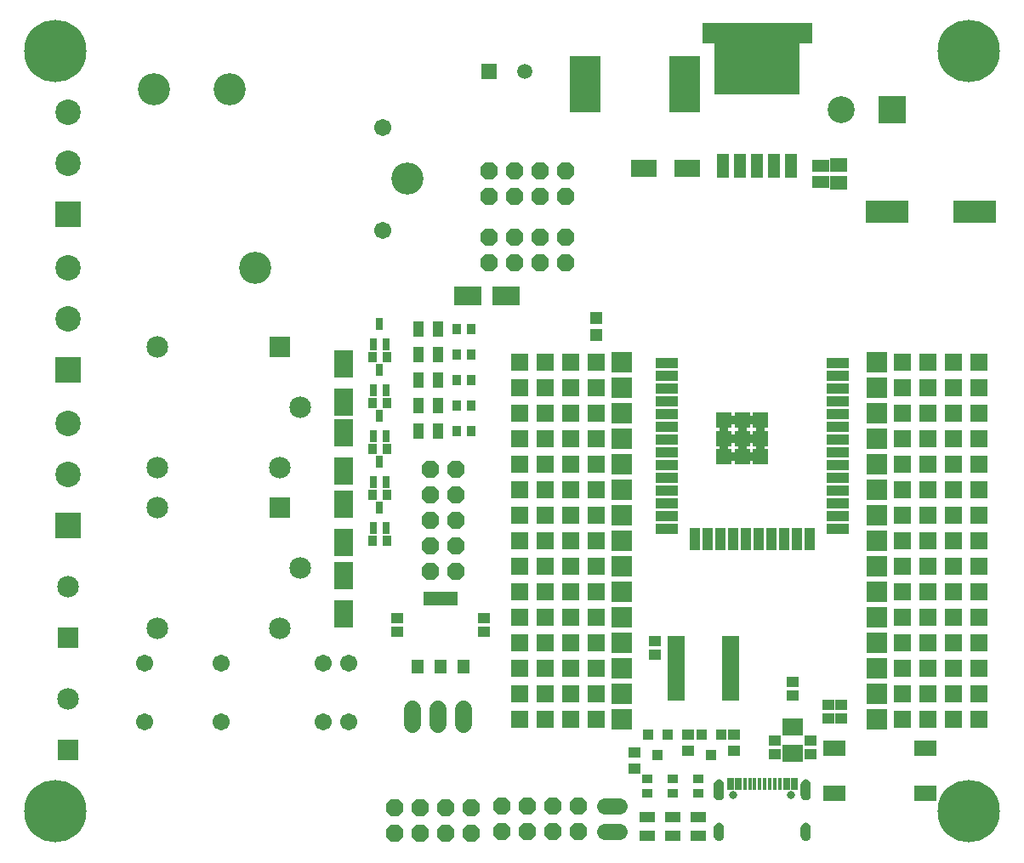
<source format=gbr>
G04 EAGLE Gerber RS-274X export*
G75*
%MOMM*%
%FSLAX34Y34*%
%LPD*%
%INSoldermask Top*%
%IPPOS*%
%AMOC8*
5,1,8,0,0,1.08239X$1,22.5*%
G01*
%ADD10R,2.133600X2.133600*%
%ADD11C,3.203200*%
%ADD12C,1.711200*%
%ADD13R,2.153200X2.153200*%
%ADD14C,2.153200*%
%ADD15R,3.103200X5.603200*%
%ADD16R,1.511200X1.511200*%
%ADD17C,1.511200*%
%ADD18R,2.553200X1.753200*%
%ADD19R,1.673200X1.223200*%
%ADD20R,1.653200X1.353200*%
%ADD21R,4.303200X2.203200*%
%ADD22C,6.203200*%
%ADD23R,1.223200X2.363200*%
%ADD24R,8.533200X7.193200*%
%ADD25R,1.438200X2.113200*%
%ADD26R,0.703200X1.203200*%
%ADD27R,1.103200X1.603200*%
%ADD28R,0.853200X1.103200*%
%ADD29R,1.903200X2.753200*%
%ADD30R,2.753200X1.903200*%
%ADD31P,1.869504X8X292.500000*%
%ADD32R,1.727200X1.727200*%
%ADD33C,1.727200*%
%ADD34P,1.869504X8X22.500000*%
%ADD35R,2.678200X2.678200*%
%ADD36C,2.678200*%
%ADD37R,1.153200X1.453200*%
%ADD38R,3.403200X1.453200*%
%ADD39R,1.193200X0.983200*%
%ADD40R,2.528200X2.528200*%
%ADD41C,2.528200*%
%ADD42R,1.203200X1.303200*%
%ADD43R,2.203200X1.103200*%
%ADD44R,1.103200X2.203200*%
%ADD45R,1.533200X1.533200*%
%ADD46C,0.911200*%
%ADD47R,1.153200X1.103200*%
%ADD48R,1.103200X0.853200*%
%ADD49R,1.603200X1.103200*%
%ADD50R,1.003200X1.103200*%
%ADD51R,1.143200X1.003200*%
%ADD52R,1.729200X0.638200*%
%ADD53R,0.400000X1.240000*%
%ADD54R,0.700000X1.240000*%
%ADD55C,0.803200*%
%ADD56R,2.023200X1.813200*%
%ADD57C,1.625600*%
%ADD58R,2.303200X1.603200*%

G36*
X788588Y211616D02*
X788588Y211616D01*
X788594Y211622D01*
X788599Y211619D01*
X789656Y211989D01*
X789660Y211996D01*
X789666Y211993D01*
X790614Y212589D01*
X790617Y212597D01*
X790622Y212596D01*
X791414Y213388D01*
X791415Y213396D01*
X791421Y213396D01*
X792017Y214344D01*
X792016Y214353D01*
X792021Y214354D01*
X792391Y215411D01*
X792390Y215415D01*
X792392Y215417D01*
X792390Y215420D01*
X792394Y215422D01*
X792519Y216535D01*
X792517Y216538D01*
X792519Y216540D01*
X792519Y227540D01*
X792517Y227543D01*
X792519Y227546D01*
X792394Y228658D01*
X792388Y228664D01*
X792391Y228669D01*
X792021Y229726D01*
X792015Y229730D01*
X792017Y229736D01*
X791421Y230684D01*
X791413Y230687D01*
X791414Y230692D01*
X790622Y231484D01*
X790614Y231485D01*
X790614Y231491D01*
X789666Y232087D01*
X789657Y232086D01*
X789656Y232091D01*
X788599Y232461D01*
X788591Y232459D01*
X788588Y232464D01*
X787476Y232589D01*
X787469Y232585D01*
X787465Y232589D01*
X786362Y232476D01*
X786357Y232471D01*
X786355Y232471D01*
X786352Y232474D01*
X785302Y232118D01*
X785297Y232111D01*
X785292Y232113D01*
X784347Y231533D01*
X784344Y231526D01*
X784338Y231526D01*
X783547Y230751D01*
X783545Y230742D01*
X783540Y230742D01*
X782940Y229809D01*
X782941Y229801D01*
X782936Y229800D01*
X782559Y228757D01*
X782561Y228749D01*
X782556Y228746D01*
X782421Y227646D01*
X782423Y227642D01*
X782421Y227640D01*
X782421Y216640D01*
X782423Y216637D01*
X782421Y216635D01*
X782537Y215510D01*
X782542Y215504D01*
X782539Y215499D01*
X782902Y214428D01*
X782909Y214424D01*
X782906Y214418D01*
X783499Y213455D01*
X783506Y213452D01*
X783505Y213446D01*
X784297Y212638D01*
X784305Y212637D01*
X784306Y212632D01*
X785257Y212020D01*
X785265Y212021D01*
X785267Y212016D01*
X786331Y211631D01*
X786339Y211634D01*
X786342Y211629D01*
X787464Y211491D01*
X787471Y211495D01*
X787476Y211491D01*
X788588Y211616D01*
G37*
G36*
X702088Y211616D02*
X702088Y211616D01*
X702094Y211622D01*
X702099Y211619D01*
X703156Y211989D01*
X703160Y211996D01*
X703166Y211993D01*
X704114Y212589D01*
X704117Y212597D01*
X704122Y212596D01*
X704914Y213388D01*
X704915Y213396D01*
X704921Y213396D01*
X705517Y214344D01*
X705516Y214353D01*
X705521Y214354D01*
X705891Y215411D01*
X705890Y215415D01*
X705892Y215417D01*
X705890Y215420D01*
X705894Y215422D01*
X706019Y216535D01*
X706017Y216538D01*
X706019Y216540D01*
X706019Y227540D01*
X706017Y227543D01*
X706019Y227546D01*
X705894Y228658D01*
X705888Y228664D01*
X705891Y228669D01*
X705521Y229726D01*
X705515Y229730D01*
X705517Y229736D01*
X704921Y230684D01*
X704913Y230687D01*
X704914Y230692D01*
X704122Y231484D01*
X704114Y231485D01*
X704114Y231491D01*
X703166Y232087D01*
X703157Y232086D01*
X703156Y232091D01*
X702099Y232461D01*
X702091Y232459D01*
X702088Y232464D01*
X700976Y232589D01*
X700968Y232585D01*
X700965Y232589D01*
X699852Y232464D01*
X699846Y232458D01*
X699841Y232461D01*
X698784Y232091D01*
X698780Y232085D01*
X698774Y232087D01*
X697826Y231491D01*
X697823Y231483D01*
X697818Y231484D01*
X697026Y230692D01*
X697025Y230684D01*
X697019Y230684D01*
X696423Y229736D01*
X696424Y229729D01*
X696420Y229727D01*
X696420Y229726D01*
X696419Y229726D01*
X696049Y228669D01*
X696051Y228661D01*
X696046Y228658D01*
X695921Y227546D01*
X695923Y227542D01*
X695921Y227540D01*
X695921Y216540D01*
X695923Y216537D01*
X695921Y216535D01*
X696046Y215422D01*
X696052Y215416D01*
X696049Y215411D01*
X696419Y214354D01*
X696426Y214350D01*
X696423Y214344D01*
X697019Y213396D01*
X697027Y213393D01*
X697026Y213388D01*
X697818Y212596D01*
X697826Y212595D01*
X697826Y212589D01*
X698774Y211993D01*
X698783Y211994D01*
X698784Y211989D01*
X699841Y211619D01*
X699849Y211621D01*
X699852Y211616D01*
X700965Y211491D01*
X700972Y211495D01*
X700976Y211491D01*
X702088Y211616D01*
G37*
G36*
X702088Y171416D02*
X702088Y171416D01*
X702094Y171422D01*
X702099Y171419D01*
X703156Y171789D01*
X703160Y171796D01*
X703166Y171793D01*
X704114Y172389D01*
X704117Y172397D01*
X704122Y172396D01*
X704914Y173188D01*
X704915Y173196D01*
X704921Y173196D01*
X705517Y174144D01*
X705516Y174153D01*
X705521Y174154D01*
X705891Y175211D01*
X705890Y175215D01*
X705892Y175217D01*
X705890Y175220D01*
X705894Y175222D01*
X706019Y176335D01*
X706017Y176338D01*
X706019Y176340D01*
X706019Y184340D01*
X706017Y184343D01*
X706019Y184346D01*
X705894Y185458D01*
X705888Y185464D01*
X705891Y185469D01*
X705521Y186526D01*
X705515Y186530D01*
X705517Y186536D01*
X704921Y187484D01*
X704913Y187487D01*
X704914Y187492D01*
X704122Y188284D01*
X704114Y188285D01*
X704114Y188291D01*
X703166Y188887D01*
X703157Y188886D01*
X703156Y188891D01*
X702099Y189261D01*
X702091Y189259D01*
X702088Y189264D01*
X700976Y189389D01*
X700968Y189385D01*
X700965Y189389D01*
X699852Y189264D01*
X699846Y189258D01*
X699841Y189261D01*
X698784Y188891D01*
X698780Y188885D01*
X698774Y188887D01*
X697826Y188291D01*
X697823Y188283D01*
X697818Y188284D01*
X697026Y187492D01*
X697025Y187484D01*
X697019Y187484D01*
X696423Y186536D01*
X696424Y186527D01*
X696419Y186526D01*
X696049Y185469D01*
X696051Y185461D01*
X696046Y185458D01*
X695921Y184346D01*
X695923Y184342D01*
X695921Y184340D01*
X695921Y176340D01*
X695923Y176337D01*
X695921Y176335D01*
X696046Y175222D01*
X696052Y175216D01*
X696049Y175211D01*
X696419Y174154D01*
X696426Y174150D01*
X696423Y174144D01*
X697019Y173196D01*
X697027Y173193D01*
X697026Y173188D01*
X697818Y172396D01*
X697826Y172395D01*
X697826Y172389D01*
X698774Y171793D01*
X698783Y171794D01*
X698784Y171789D01*
X699841Y171419D01*
X699849Y171421D01*
X699852Y171416D01*
X700965Y171291D01*
X700972Y171295D01*
X700976Y171291D01*
X702088Y171416D01*
G37*
G36*
X788588Y171416D02*
X788588Y171416D01*
X788594Y171422D01*
X788599Y171419D01*
X789656Y171789D01*
X789660Y171796D01*
X789666Y171793D01*
X790614Y172389D01*
X790617Y172397D01*
X790622Y172396D01*
X791414Y173188D01*
X791415Y173196D01*
X791421Y173196D01*
X792017Y174144D01*
X792016Y174153D01*
X792021Y174154D01*
X792391Y175211D01*
X792390Y175215D01*
X792392Y175217D01*
X792390Y175220D01*
X792394Y175222D01*
X792519Y176335D01*
X792517Y176338D01*
X792519Y176340D01*
X792519Y184340D01*
X792517Y184343D01*
X792519Y184346D01*
X792394Y185458D01*
X792388Y185464D01*
X792391Y185469D01*
X792021Y186526D01*
X792015Y186530D01*
X792017Y186536D01*
X791421Y187484D01*
X791413Y187487D01*
X791414Y187492D01*
X790622Y188284D01*
X790614Y188285D01*
X790614Y188291D01*
X789666Y188887D01*
X789657Y188886D01*
X789656Y188891D01*
X788599Y189261D01*
X788591Y189259D01*
X788588Y189264D01*
X787476Y189389D01*
X787468Y189385D01*
X787465Y189389D01*
X786352Y189264D01*
X786346Y189258D01*
X786341Y189261D01*
X785284Y188891D01*
X785280Y188885D01*
X785274Y188887D01*
X784326Y188291D01*
X784323Y188283D01*
X784318Y188284D01*
X783526Y187492D01*
X783525Y187484D01*
X783519Y187484D01*
X782923Y186536D01*
X782924Y186527D01*
X782919Y186526D01*
X782549Y185469D01*
X782551Y185461D01*
X782546Y185458D01*
X782421Y184346D01*
X782423Y184342D01*
X782421Y184340D01*
X782421Y176340D01*
X782423Y176337D01*
X782421Y176335D01*
X782546Y175222D01*
X782552Y175216D01*
X782549Y175211D01*
X782919Y174154D01*
X782926Y174150D01*
X782923Y174144D01*
X783519Y173196D01*
X783527Y173193D01*
X783526Y173188D01*
X784318Y172396D01*
X784326Y172395D01*
X784326Y172389D01*
X785274Y171793D01*
X785283Y171794D01*
X785284Y171789D01*
X786341Y171419D01*
X786349Y171421D01*
X786352Y171416D01*
X787465Y171291D01*
X787472Y171295D01*
X787476Y171291D01*
X788588Y171416D01*
G37*
D10*
X858520Y292100D03*
X858520Y317500D03*
X858520Y342900D03*
X858520Y368300D03*
X858520Y393700D03*
X858520Y419100D03*
X858520Y444500D03*
X858520Y469900D03*
X858520Y495300D03*
X858520Y520700D03*
X858520Y546100D03*
X858520Y571500D03*
X858520Y596900D03*
X858520Y622300D03*
X858520Y647700D03*
X604520Y292100D03*
X604520Y317500D03*
X604520Y342900D03*
X604520Y368300D03*
X604520Y393700D03*
X604520Y419100D03*
X604520Y444500D03*
X604520Y469900D03*
X604520Y495300D03*
X604520Y520700D03*
X604520Y546100D03*
X604520Y571500D03*
X604520Y596900D03*
X604520Y622300D03*
X604520Y647700D03*
D11*
X391160Y830480D03*
X239160Y741480D03*
X214160Y919480D03*
X138160Y919480D03*
D12*
X366160Y779480D03*
X366160Y881480D03*
D13*
X264160Y662940D03*
D14*
X142160Y662940D03*
X142160Y542940D03*
X264160Y542940D03*
X284160Y602940D03*
D12*
X129540Y347980D03*
X205740Y347980D03*
X307340Y347980D03*
X332740Y347980D03*
D15*
X567720Y924560D03*
X666720Y924560D03*
D16*
X472440Y937260D03*
D17*
X507440Y937260D03*
D18*
X626200Y840740D03*
X669200Y840740D03*
D19*
X802640Y827560D03*
X802640Y843760D03*
D20*
X820420Y826660D03*
X820420Y844660D03*
D21*
X868360Y797560D03*
X955360Y797560D03*
D22*
X40640Y957580D03*
X949960Y957580D03*
X949960Y200660D03*
X40640Y200660D03*
D23*
X705140Y843130D03*
X722140Y843130D03*
X739140Y843130D03*
X756140Y843130D03*
X773140Y843130D03*
D24*
X739140Y949880D03*
D25*
X786965Y975280D03*
X691315Y975280D03*
D26*
X356720Y619920D03*
X369720Y619920D03*
X363220Y639920D03*
D27*
X401980Y655320D03*
X420980Y655320D03*
D28*
X439790Y655320D03*
X454290Y655320D03*
D29*
X327660Y646380D03*
X327660Y608380D03*
D28*
X355970Y607060D03*
X370470Y607060D03*
D13*
X264160Y502920D03*
D14*
X142160Y502920D03*
X142160Y382920D03*
X264160Y382920D03*
X284160Y442920D03*
D26*
X356720Y574200D03*
X369720Y574200D03*
X363220Y594200D03*
D27*
X401980Y629920D03*
X420980Y629920D03*
D28*
X439790Y629920D03*
X454290Y629920D03*
D29*
X327660Y577800D03*
X327660Y539800D03*
D28*
X355970Y561340D03*
X370470Y561340D03*
D26*
X356720Y665640D03*
X369720Y665640D03*
X363220Y685640D03*
D27*
X401980Y680720D03*
X420980Y680720D03*
D28*
X439790Y680720D03*
X454290Y680720D03*
D30*
X450900Y713740D03*
X488900Y713740D03*
D28*
X355970Y652780D03*
X370470Y652780D03*
D26*
X356720Y528480D03*
X369720Y528480D03*
X363220Y548480D03*
D27*
X401980Y604520D03*
X420980Y604520D03*
D28*
X439790Y604520D03*
X454290Y604520D03*
D29*
X327660Y506680D03*
X327660Y468680D03*
D28*
X355970Y515620D03*
X370470Y515620D03*
D12*
X129540Y289560D03*
X205740Y289560D03*
X307340Y289560D03*
X332740Y289560D03*
D26*
X356720Y482760D03*
X369720Y482760D03*
X363220Y502760D03*
D27*
X401980Y579120D03*
X420980Y579120D03*
D28*
X439790Y579120D03*
X454290Y579120D03*
D29*
X327660Y397560D03*
X327660Y435560D03*
D28*
X355970Y469900D03*
X370470Y469900D03*
D31*
X414020Y541020D03*
X439420Y541020D03*
X414020Y515620D03*
X439420Y515620D03*
X414020Y490220D03*
X439420Y490220D03*
X414020Y464820D03*
X439420Y464820D03*
X414020Y439420D03*
X439420Y439420D03*
D32*
X909320Y292100D03*
X909320Y317500D03*
X909320Y342900D03*
X909320Y368300D03*
X909320Y393700D03*
X909320Y419100D03*
X909320Y444500D03*
X909320Y469900D03*
X909320Y495300D03*
X909320Y520700D03*
X909320Y546100D03*
X909320Y571500D03*
X909320Y596900D03*
X909320Y622300D03*
X909320Y647700D03*
X553720Y292100D03*
X553720Y317500D03*
X553720Y342900D03*
X553720Y368300D03*
X553720Y393700D03*
X553720Y419100D03*
X553720Y444500D03*
X553720Y469900D03*
X553720Y495300D03*
X553720Y520700D03*
X553720Y546100D03*
X553720Y571500D03*
X553720Y596900D03*
X553720Y622300D03*
X553720Y647700D03*
X528320Y647700D03*
X528320Y622300D03*
X528320Y596900D03*
X528320Y571500D03*
X528320Y546100D03*
X528320Y520700D03*
X528320Y495300D03*
X528320Y469900D03*
X528320Y444500D03*
X528320Y419100D03*
X528320Y393700D03*
X528320Y368300D03*
X528320Y342900D03*
X528320Y317500D03*
X528320Y292100D03*
X934720Y292100D03*
X934720Y317500D03*
X934720Y342900D03*
X934720Y368300D03*
X934720Y393700D03*
X934720Y419100D03*
X934720Y444500D03*
X934720Y469900D03*
X934720Y495300D03*
X934720Y520700D03*
X934720Y546100D03*
X934720Y571500D03*
X934720Y596900D03*
X934720Y622300D03*
X934720Y647700D03*
X960120Y647700D03*
X960120Y622300D03*
X960120Y596900D03*
X960120Y571500D03*
X960120Y546100D03*
X960120Y520700D03*
X960120Y495300D03*
X960120Y469900D03*
X960120Y444500D03*
X960120Y419100D03*
X960120Y393700D03*
X960120Y368300D03*
X960120Y342900D03*
X960120Y317500D03*
X960120Y292100D03*
X502920Y647700D03*
X502920Y622300D03*
X502920Y596900D03*
X502920Y571500D03*
X502920Y546100D03*
X502920Y520700D03*
X502920Y495300D03*
X502920Y469900D03*
X502920Y444500D03*
X502920Y419100D03*
X502920Y393700D03*
X502920Y368300D03*
X502920Y342900D03*
X502920Y317500D03*
X502920Y292100D03*
D33*
X447040Y287020D02*
X447040Y302260D01*
X421640Y302260D02*
X421640Y287020D01*
X396240Y287020D02*
X396240Y302260D01*
D34*
X378460Y179070D03*
X378460Y204470D03*
X403860Y179070D03*
X403860Y204470D03*
X429260Y179070D03*
X429260Y204470D03*
X454660Y179070D03*
X454660Y204470D03*
X485140Y180340D03*
X485140Y205740D03*
X510540Y180340D03*
X510540Y205740D03*
X535940Y180340D03*
X535940Y205740D03*
X561340Y180340D03*
X561340Y205740D03*
X472440Y812800D03*
X472440Y838200D03*
X497840Y812800D03*
X497840Y838200D03*
X523240Y812800D03*
X523240Y838200D03*
X548640Y812800D03*
X548640Y838200D03*
D35*
X873760Y899160D03*
D36*
X822960Y899160D03*
D32*
X883920Y292100D03*
X883920Y317500D03*
X883920Y342900D03*
X883920Y368300D03*
X883920Y393700D03*
X883920Y419100D03*
X883920Y444500D03*
X883920Y469900D03*
X883920Y495300D03*
X883920Y520700D03*
X883920Y546100D03*
X883920Y571500D03*
X883920Y596900D03*
X883920Y622300D03*
X883920Y647700D03*
X579120Y292100D03*
X579120Y317500D03*
X579120Y342900D03*
X579120Y368300D03*
X579120Y393700D03*
X579120Y419100D03*
X579120Y444500D03*
X579120Y469900D03*
X579120Y495300D03*
X579120Y520700D03*
X579120Y546100D03*
X579120Y571500D03*
X579120Y596900D03*
X579120Y622300D03*
X579120Y647700D03*
D34*
X472440Y746760D03*
X472440Y772160D03*
X497840Y746760D03*
X497840Y772160D03*
X523240Y746760D03*
X523240Y772160D03*
X548640Y746760D03*
X548640Y772160D03*
D37*
X401180Y344460D03*
X424180Y344460D03*
X447180Y344460D03*
D38*
X424180Y412460D03*
D39*
X467360Y379080D03*
X467360Y393080D03*
X381000Y379080D03*
X381000Y393080D03*
D40*
X53340Y795020D03*
D41*
X53340Y845820D03*
X53340Y896620D03*
D40*
X53340Y640080D03*
D41*
X53340Y690880D03*
X53340Y741680D03*
D40*
X53340Y485140D03*
D41*
X53340Y535940D03*
X53340Y586740D03*
D13*
X53340Y373380D03*
D14*
X53340Y424180D03*
D13*
X53340Y261620D03*
D14*
X53340Y312420D03*
D42*
X579120Y674760D03*
X579120Y691760D03*
D43*
X649060Y646960D03*
X649060Y634260D03*
X649060Y621560D03*
X649060Y608860D03*
X649060Y596160D03*
X649060Y583460D03*
X649060Y570760D03*
X649060Y558060D03*
X649060Y545360D03*
X649060Y532660D03*
X649060Y519960D03*
X649060Y507260D03*
X649060Y494560D03*
X649060Y481860D03*
D44*
X676910Y471860D03*
X689610Y471860D03*
X702310Y471860D03*
X715010Y471860D03*
X727710Y471860D03*
X740410Y471860D03*
X753110Y471860D03*
X765810Y471860D03*
X778510Y471860D03*
X791210Y471860D03*
D43*
X819060Y481860D03*
X819060Y494560D03*
X819060Y507260D03*
X819060Y519960D03*
X819060Y532660D03*
X819060Y545360D03*
X819060Y558060D03*
X819060Y570760D03*
X819060Y583460D03*
X819060Y596160D03*
X819060Y608860D03*
X819060Y621560D03*
X819060Y634260D03*
X819060Y646960D03*
D45*
X705710Y590310D03*
X724060Y590310D03*
X742410Y590310D03*
X705710Y571960D03*
X724060Y571960D03*
X742410Y571960D03*
X705710Y553610D03*
X724060Y553610D03*
X742410Y553610D03*
D46*
X714885Y590310D03*
X733235Y590310D03*
X705710Y581135D03*
X724060Y581135D03*
X742410Y581135D03*
X714885Y571960D03*
X733235Y571960D03*
X705710Y562785D03*
X724060Y562785D03*
X742410Y562785D03*
X714885Y553610D03*
X733235Y553610D03*
D47*
X617220Y259460D03*
X617220Y243460D03*
X716280Y277240D03*
X716280Y261240D03*
X670560Y277240D03*
X670560Y261240D03*
D48*
X680720Y233310D03*
X680720Y218810D03*
D49*
X680720Y194920D03*
X680720Y175920D03*
D50*
X649580Y276700D03*
X630580Y276700D03*
X640080Y256700D03*
X702920Y276700D03*
X683920Y276700D03*
X693420Y256700D03*
D51*
X822960Y306420D03*
X822960Y293020D03*
X810260Y306420D03*
X810260Y293020D03*
D52*
X712920Y314320D03*
X712920Y320680D03*
X712920Y327020D03*
X712920Y333380D03*
X712920Y339720D03*
X712920Y346080D03*
X712920Y352420D03*
X712920Y358780D03*
X712920Y365120D03*
X712920Y371480D03*
X658680Y371480D03*
X658680Y365120D03*
X658680Y358780D03*
X658680Y352420D03*
X658680Y346080D03*
X658680Y339720D03*
X658680Y333380D03*
X658680Y327020D03*
X658680Y320680D03*
X658680Y314320D03*
D48*
X655320Y233310D03*
X655320Y218810D03*
X629920Y233310D03*
X629920Y218810D03*
D49*
X655320Y175920D03*
X655320Y194920D03*
X629920Y175920D03*
X629920Y194920D03*
D51*
X637540Y356520D03*
X637540Y369920D03*
X756920Y257460D03*
X756920Y270860D03*
X792480Y257460D03*
X792480Y270860D03*
D53*
X726720Y227840D03*
X731720Y227840D03*
X736720Y227840D03*
X761720Y227840D03*
X756720Y227840D03*
X751720Y227840D03*
X741720Y227840D03*
X746720Y227840D03*
D54*
X712220Y227840D03*
X776220Y227840D03*
X720220Y227840D03*
X768220Y227840D03*
D55*
X715320Y217140D03*
X773120Y217140D03*
D56*
X774700Y258780D03*
X774700Y284780D03*
D51*
X774700Y315880D03*
X774700Y329280D03*
D57*
X601472Y205740D02*
X587248Y205740D01*
X587248Y180340D02*
X601472Y180340D01*
D58*
X815560Y263800D03*
X906560Y263800D03*
X815560Y218800D03*
X906560Y218800D03*
M02*

</source>
